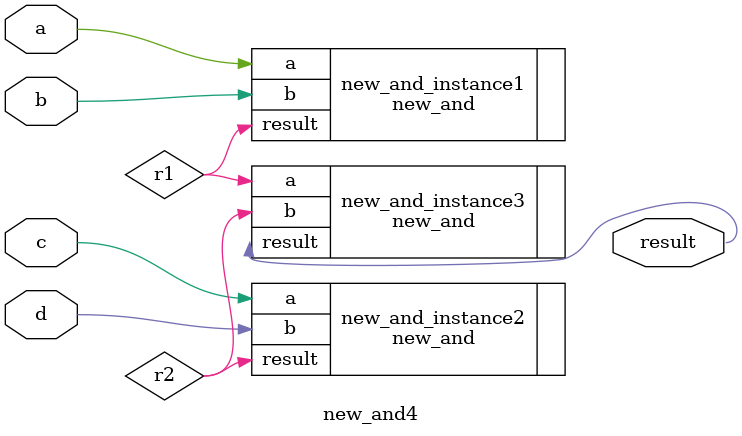
<source format=v>
`timescale 1ns / 1ps


module new_and4(
    input a,
    input b,
    input c,
    input d,
    output result
    );
    
    wire r1, r2;
    
    new_and new_and_instance1(
        .a(a),
        .b(b),
        .result(r1)
    );
    
    new_and new_and_instance2(
        .a(c),
        .b(d),
        .result(r2)
    );
    
    new_and new_and_instance3(
        .a(r1),
        .b(r2),
        .result(result)
    );
endmodule

</source>
